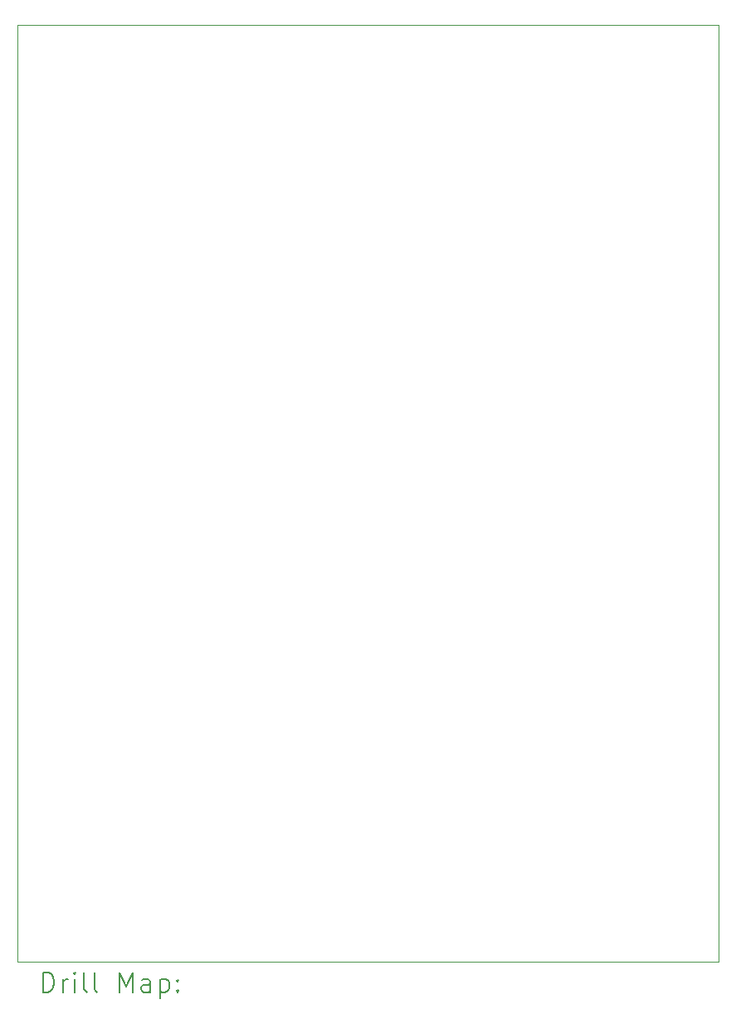
<source format=gbr>
%TF.GenerationSoftware,KiCad,Pcbnew,9.0.4*%
%TF.CreationDate,2025-09-06T12:28:13+03:00*%
%TF.ProjectId,esp32 flight controller,65737033-3220-4666-9c69-67687420636f,rev?*%
%TF.SameCoordinates,Original*%
%TF.FileFunction,Drillmap*%
%TF.FilePolarity,Positive*%
%FSLAX45Y45*%
G04 Gerber Fmt 4.5, Leading zero omitted, Abs format (unit mm)*
G04 Created by KiCad (PCBNEW 9.0.4) date 2025-09-06 12:28:13*
%MOMM*%
%LPD*%
G01*
G04 APERTURE LIST*
%ADD10C,0.038100*%
%ADD11C,0.200000*%
G04 APERTURE END LIST*
D10*
X8000000Y-3050000D02*
X8000000Y-4100000D01*
X15150000Y-3050000D02*
X8000000Y-3050000D01*
X15150000Y-4100000D02*
X15150000Y-3050000D01*
X8000000Y-4100000D02*
X8000000Y-12600000D01*
X15150000Y-12600000D02*
X15150000Y-4100000D01*
X8000000Y-12600000D02*
X15150000Y-12600000D01*
D11*
X8258872Y-12913389D02*
X8258872Y-12713389D01*
X8258872Y-12713389D02*
X8306491Y-12713389D01*
X8306491Y-12713389D02*
X8335062Y-12722913D01*
X8335062Y-12722913D02*
X8354110Y-12741960D01*
X8354110Y-12741960D02*
X8363634Y-12761008D01*
X8363634Y-12761008D02*
X8373157Y-12799103D01*
X8373157Y-12799103D02*
X8373157Y-12827674D01*
X8373157Y-12827674D02*
X8363634Y-12865770D01*
X8363634Y-12865770D02*
X8354110Y-12884817D01*
X8354110Y-12884817D02*
X8335062Y-12903865D01*
X8335062Y-12903865D02*
X8306491Y-12913389D01*
X8306491Y-12913389D02*
X8258872Y-12913389D01*
X8458872Y-12913389D02*
X8458872Y-12780055D01*
X8458872Y-12818151D02*
X8468396Y-12799103D01*
X8468396Y-12799103D02*
X8477919Y-12789579D01*
X8477919Y-12789579D02*
X8496967Y-12780055D01*
X8496967Y-12780055D02*
X8516015Y-12780055D01*
X8582681Y-12913389D02*
X8582681Y-12780055D01*
X8582681Y-12713389D02*
X8573158Y-12722913D01*
X8573158Y-12722913D02*
X8582681Y-12732436D01*
X8582681Y-12732436D02*
X8592205Y-12722913D01*
X8592205Y-12722913D02*
X8582681Y-12713389D01*
X8582681Y-12713389D02*
X8582681Y-12732436D01*
X8706491Y-12913389D02*
X8687443Y-12903865D01*
X8687443Y-12903865D02*
X8677919Y-12884817D01*
X8677919Y-12884817D02*
X8677919Y-12713389D01*
X8811253Y-12913389D02*
X8792205Y-12903865D01*
X8792205Y-12903865D02*
X8782681Y-12884817D01*
X8782681Y-12884817D02*
X8782681Y-12713389D01*
X9039824Y-12913389D02*
X9039824Y-12713389D01*
X9039824Y-12713389D02*
X9106491Y-12856246D01*
X9106491Y-12856246D02*
X9173158Y-12713389D01*
X9173158Y-12713389D02*
X9173158Y-12913389D01*
X9354110Y-12913389D02*
X9354110Y-12808627D01*
X9354110Y-12808627D02*
X9344586Y-12789579D01*
X9344586Y-12789579D02*
X9325539Y-12780055D01*
X9325539Y-12780055D02*
X9287443Y-12780055D01*
X9287443Y-12780055D02*
X9268396Y-12789579D01*
X9354110Y-12903865D02*
X9335062Y-12913389D01*
X9335062Y-12913389D02*
X9287443Y-12913389D01*
X9287443Y-12913389D02*
X9268396Y-12903865D01*
X9268396Y-12903865D02*
X9258872Y-12884817D01*
X9258872Y-12884817D02*
X9258872Y-12865770D01*
X9258872Y-12865770D02*
X9268396Y-12846722D01*
X9268396Y-12846722D02*
X9287443Y-12837198D01*
X9287443Y-12837198D02*
X9335062Y-12837198D01*
X9335062Y-12837198D02*
X9354110Y-12827674D01*
X9449348Y-12780055D02*
X9449348Y-12980055D01*
X9449348Y-12789579D02*
X9468396Y-12780055D01*
X9468396Y-12780055D02*
X9506491Y-12780055D01*
X9506491Y-12780055D02*
X9525539Y-12789579D01*
X9525539Y-12789579D02*
X9535062Y-12799103D01*
X9535062Y-12799103D02*
X9544586Y-12818151D01*
X9544586Y-12818151D02*
X9544586Y-12875293D01*
X9544586Y-12875293D02*
X9535062Y-12894341D01*
X9535062Y-12894341D02*
X9525539Y-12903865D01*
X9525539Y-12903865D02*
X9506491Y-12913389D01*
X9506491Y-12913389D02*
X9468396Y-12913389D01*
X9468396Y-12913389D02*
X9449348Y-12903865D01*
X9630300Y-12894341D02*
X9639824Y-12903865D01*
X9639824Y-12903865D02*
X9630300Y-12913389D01*
X9630300Y-12913389D02*
X9620777Y-12903865D01*
X9620777Y-12903865D02*
X9630300Y-12894341D01*
X9630300Y-12894341D02*
X9630300Y-12913389D01*
X9630300Y-12789579D02*
X9639824Y-12799103D01*
X9639824Y-12799103D02*
X9630300Y-12808627D01*
X9630300Y-12808627D02*
X9620777Y-12799103D01*
X9620777Y-12799103D02*
X9630300Y-12789579D01*
X9630300Y-12789579D02*
X9630300Y-12808627D01*
M02*

</source>
